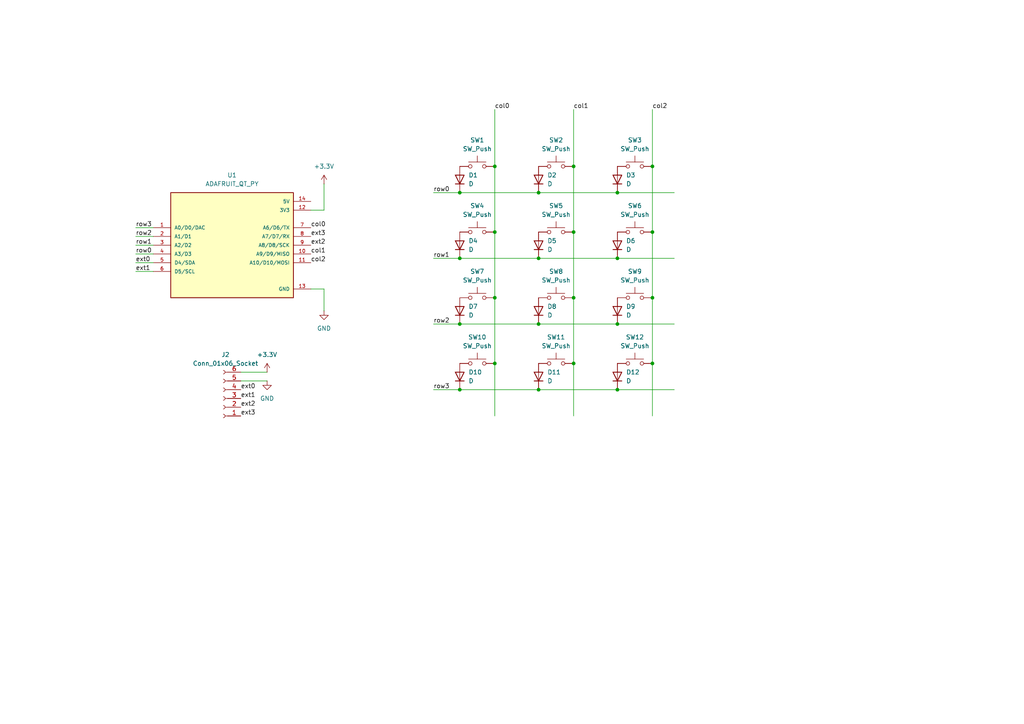
<source format=kicad_sch>
(kicad_sch (version 20231120) (generator "eeschema") (generator_version "8.0")
  (paper "A4")
  (lib_symbols
    (symbol "Connector:Conn_01x06_Socket" (pin_names (offset 1.016) hide)
      (property "Reference" "J" (at 0 7.62 0))
      (property "Value" "Conn_01x06_Socket" (at 0 -10.16 0))
      (symbol "Conn_01x06_Socket_1_1"
        (arc (start 0 -7.112) (mid -0.5058 -7.62) (end 0 -8.128) (stroke (width 0.1524)))
        (arc (start 0 -4.572) (mid -0.5058 -5.08) (end 0 -5.588) (stroke (width 0.1524)))
        (arc (start 0 -2.032) (mid -0.5058 -2.54) (end 0 -3.048) (stroke (width 0.1524)))
        (polyline (pts (xy -1.27 -7.62) (xy -0.508 -7.62)) (stroke (width 0.1524)))
        (polyline (pts (xy -1.27 -5.08) (xy -0.508 -5.08)) (stroke (width 0.1524)))
        (polyline (pts (xy -1.27 -2.54) (xy -0.508 -2.54)) (stroke (width 0.1524)))
        (polyline (pts (xy -1.27 0) (xy -0.508 0)) (stroke (width 0.1524)))
        (polyline (pts (xy -1.27 2.54) (xy -0.508 2.54)) (stroke (width 0.1524)))
        (polyline (pts (xy -1.27 5.08) (xy -0.508 5.08)) (stroke (width 0.1524)))
        (arc (start 0 0.508) (mid -0.5058 0) (end 0 -0.508) (stroke (width 0.1524)))
        (arc (start 0 3.048) (mid -0.5058 2.54) (end 0 2.032) (stroke (width 0.1524)))
        (arc (start 0 5.588) (mid -0.5058 5.08) (end 0 4.572) (stroke (width 0.1524)))
        (pin passive line (at -5.08 5.08 0) (length 3.81) (name "Pin_1") (number "1"))
        (pin passive line (at -5.08 2.54 0) (length 3.81) (name "Pin_2") (number "2"))
        (pin passive line (at -5.08 0 0) (length 3.81) (name "Pin_3") (number "3"))
        (pin passive line (at -5.08 -2.54 0) (length 3.81) (name "Pin_4") (number "4"))
        (pin passive line (at -5.08 -5.08 0) (length 3.81) (name "Pin_5") (number "5"))
        (pin passive line (at -5.08 -7.62 0) (length 3.81) (name "Pin_6") (number "6"))
      )
    )
    (symbol "Device:D" (pin_numbers hide) (pin_names (offset 1.016) hide)
      (property "Reference" "D" (at 0 2.54 0))
      (property "Value" "D" (at 0 -2.54 0))
      (symbol "D_0_1"
        (polyline (pts (xy -1.27 1.27) (xy -1.27 -1.27)) (stroke (width 0.254)))
        (polyline (pts (xy 1.27 0) (xy -1.27 0)))
        (polyline (pts (xy 1.27 1.27) (xy 1.27 -1.27) (xy -1.27 0) (xy 1.27 1.27)) (stroke (width 0.254)))
      )
      (symbol "D_1_1"
        (pin passive line (at -3.81 0 0) (length 2.54) (name "K") (number "1"))
        (pin passive line (at 3.81 0 180) (length 2.54) (name "A") (number "2"))
      )
    )
    (symbol "Switch:SW_Push" (pin_numbers hide) (pin_names (offset 1.016) hide)
      (property "Reference" "SW" (at 1.27 2.54 0))
      (property "Value" "SW_Push" (at 0 -1.524 0))
      (symbol "SW_Push_0_1"
        (circle (center -2.032 0) (radius 0.508))
        (polyline (pts (xy 0 1.27) (xy 0 3.048)))
        (polyline (pts (xy 2.54 1.27) (xy -2.54 1.27)))
        (circle (center 2.032 0) (radius 0.508))
        (pin passive line (at -5.08 0 0) (length 2.54) (name "1") (number "1"))
        (pin passive line (at 5.08 0 180) (length 2.54) (name "2") (number "2"))
      )
    )
    (symbol "power:+3.3V" (power) (pin_numbers hide) (pin_names (offset 0) hide)
      (property "Value" "+3.3V" (at 0 3.556 0))
      (symbol "+3.3V_0_1"
        (polyline (pts (xy -0.762 1.27) (xy 0 2.54)))
        (polyline (pts (xy 0 0) (xy 0 2.54)))
        (polyline (pts (xy 0 2.54) (xy 0.762 1.27)))
      )
      (symbol "+3.3V_1_1"
        (pin power_in line (at 0 0 90) (length 0) (name "~") (number "1"))
      )
    )
    (symbol "power:GND" (power) (pin_numbers hide) (pin_names (offset 0) hide)
      (property "Value" "GND" (at 0 -3.81 0))
      (symbol "GND_0_1"
        (polyline (pts (xy 0 0) (xy 0 -1.27) (xy 1.27 -1.27) (xy 0 -2.54) (xy -1.27 -1.27) (xy 0 -1.27)))
      )
      (symbol "GND_1_1"
        (pin power_in line (at 0 0 270) (length 0) (name "~") (number "1"))
      )
    )
    (symbol "qtpy:ADAFRUIT_QT_PY" (pin_names (offset 1.016))
      (property "Reference" "U" (at -17.78 16.002 0))
      (property "Value" "ADAFRUIT_QT_PY" (at -17.78 -17.78 0))
      (symbol "ADAFRUIT_QT_PY_0_0"
        (rectangle (start -17.78 -15.24) (end 17.78 15.24) (stroke (width 0.254)) (fill (type background)))
        (pin bidirectional line (at -22.86 5.08 0) (length 5.08) (name "A0/D0/DAC") (number "1"))
        (pin bidirectional line (at 22.86 -2.54 180) (length 5.08) (name "A9/D9/MISO") (number "10"))
        (pin bidirectional line (at 22.86 -5.08 180) (length 5.08) (name "A10/D10/MOSI") (number "11"))
        (pin power_in line (at 22.86 10.16 180) (length 5.08) (name "3V3") (number "12"))
        (pin power_in line (at 22.86 -12.7 180) (length 5.08) (name "GND") (number "13"))
        (pin power_in line (at 22.86 12.7 180) (length 5.08) (name "5V") (number "14"))
        (pin bidirectional line (at -22.86 2.54 0) (length 5.08) (name "A1/D1") (number "2"))
        (pin bidirectional line (at -22.86 0 0) (length 5.08) (name "A2/D2") (number "3"))
        (pin bidirectional line (at -22.86 -2.54 0) (length 5.08) (name "A3/D3") (number "4"))
        (pin bidirectional line (at -22.86 -5.08 0) (length 5.08) (name "D4/SDA") (number "5"))
        (pin bidirectional line (at -22.86 -7.62 0) (length 5.08) (name "D5/SCL") (number "6"))
        (pin bidirectional line (at 22.86 5.08 180) (length 5.08) (name "A6/D6/TX") (number "7"))
        (pin bidirectional line (at 22.86 2.54 180) (length 5.08) (name "A7/D7/RX") (number "8"))
        (pin bidirectional line (at 22.86 0 180) (length 5.08) (name "A8/D8/SCK") (number "9"))
      )
    )
  )
  (junction (at 133.35 74.93))
  (junction (at 133.35 113.03))
  (junction (at 189.23 86.36))
  (junction (at 156.21 93.98))
  (junction (at 156.21 55.88))
  (junction (at 166.37 86.36))
  (junction (at 166.37 48.26))
  (junction (at 189.23 67.31))
  (junction (at 189.23 48.26))
  (junction (at 156.21 113.03))
  (junction (at 179.07 55.88))
  (junction (at 179.07 113.03))
  (junction (at 166.37 67.31))
  (junction (at 166.37 105.41))
  (junction (at 179.07 74.93))
  (junction (at 143.51 48.26))
  (junction (at 179.07 93.98))
  (junction (at 133.35 55.88))
  (junction (at 133.35 93.98))
  (junction (at 189.23 105.41))
  (junction (at 156.21 74.93))
  (junction (at 143.51 67.31))
  (junction (at 143.51 105.41))
  (junction (at 143.51 86.36))
  (wire (pts (xy 179.07 55.88) (xy 195.58 55.88)))
  (wire (pts (xy 189.23 105.41) (xy 189.23 120.65)))
  (wire (pts (xy 90.17 60.96) (xy 93.98 60.96)))
  (wire (pts (xy 143.51 48.26) (xy 143.51 67.31)))
  (wire (pts (xy 156.21 113.03) (xy 179.07 113.03)))
  (wire (pts (xy 133.35 74.93) (xy 156.21 74.93)))
  (wire (pts (xy 166.37 86.36) (xy 166.37 105.41)))
  (wire (pts (xy 143.51 86.36) (xy 143.51 105.41)))
  (wire (pts (xy 39.37 73.66) (xy 44.45 73.66)))
  (wire (pts (xy 166.37 105.41) (xy 166.37 120.65)))
  (wire (pts (xy 189.23 86.36) (xy 189.23 105.41)))
  (wire (pts (xy 189.23 48.26) (xy 189.23 67.31)))
  (wire (pts (xy 93.98 60.96) (xy 93.98 53.34)))
  (wire (pts (xy 125.73 93.98) (xy 133.35 93.98)))
  (wire (pts (xy 69.85 110.49) (xy 77.47 110.49)))
  (wire (pts (xy 189.23 31.75) (xy 189.23 48.26)))
  (wire (pts (xy 133.35 55.88) (xy 156.21 55.88)))
  (wire (pts (xy 39.37 71.12) (xy 44.45 71.12)))
  (wire (pts (xy 143.51 67.31) (xy 143.51 86.36)))
  (wire (pts (xy 143.51 31.75) (xy 143.51 48.26)))
  (wire (pts (xy 156.21 55.88) (xy 179.07 55.88)))
  (wire (pts (xy 156.21 93.98) (xy 179.07 93.98)))
  (wire (pts (xy 90.17 83.82) (xy 93.98 83.82)))
  (wire (pts (xy 39.37 66.04) (xy 44.45 66.04)))
  (wire (pts (xy 125.73 113.03) (xy 133.35 113.03)))
  (wire (pts (xy 166.37 67.31) (xy 166.37 86.36)))
  (wire (pts (xy 179.07 113.03) (xy 195.58 113.03)))
  (wire (pts (xy 39.37 76.2) (xy 44.45 76.2)))
  (wire (pts (xy 156.21 74.93) (xy 179.07 74.93)))
  (wire (pts (xy 166.37 48.26) (xy 166.37 67.31)))
  (wire (pts (xy 69.85 107.95) (xy 77.47 107.95)))
  (wire (pts (xy 125.73 74.93) (xy 133.35 74.93)))
  (wire (pts (xy 39.37 78.74) (xy 44.45 78.74)))
  (wire (pts (xy 133.35 113.03) (xy 156.21 113.03)))
  (wire (pts (xy 179.07 74.93) (xy 195.58 74.93)))
  (wire (pts (xy 125.73 55.88) (xy 133.35 55.88)))
  (wire (pts (xy 166.37 31.75) (xy 166.37 48.26)))
  (wire (pts (xy 179.07 93.98) (xy 195.58 93.98)))
  (wire (pts (xy 189.23 67.31) (xy 189.23 86.36)))
  (wire (pts (xy 143.51 105.41) (xy 143.51 120.65)))
  (wire (pts (xy 93.98 83.82) (xy 93.98 90.17)))
  (wire (pts (xy 39.37 68.58) (xy 44.45 68.58)))
  (wire (pts (xy 133.35 93.98) (xy 156.21 93.98)))
  (label "ext1" (at 39.37 78.74 0))
  (label "col2" (at 90.17 76.2 0))
  (label "row1" (at 39.37 71.12 0))
  (label "ext3" (at 90.17 68.58 0))
  (label "col2" (at 189.23 31.75 0))
  (label "row3" (at 39.37 66.04 0))
  (label "ext3" (at 69.85 120.65 0))
  (label "col1" (at 90.17 73.66 0))
  (label "row3" (at 125.73 113.03 0))
  (label "row2" (at 125.73 93.98 0))
  (label "ext2" (at 69.85 118.11 0))
  (label "row1" (at 125.73 74.93 0))
  (label "col1" (at 166.37 31.75 0))
  (label "ext2" (at 90.17 71.12 0))
  (label "col0" (at 90.17 66.04 0))
  (label "row0" (at 125.73 55.88 0))
  (label "col0" (at 143.51 31.75 0))
  (label "ext1" (at 69.85 115.57 0))
  (label "ext0" (at 39.37 76.2 0))
  (label "ext0" (at 69.85 113.03 0))
  (label "row2" (at 39.37 68.58 0))
  (label "row0" (at 39.37 73.66 0))
  (symbol (lib_id "Device:D") (at 179.07 109.22 90) (unit 1)
    (property "Reference" "D12" (at 181.61 107.9499 90) (effects (justify right)))
    (property "Value" "D" (at 181.61 110.4899 90) (effects (justify right)))
    (property "Footprint" "Diode_SMD:D_1206_3216Metric_Pad1.42x1.75mm_HandSolder" (effects (hide yes)))
    (property "Description" "Diode" (effects (hide yes)))
    (property "Sim.Device" "D" (effects (hide yes)))
    (property "Sim.Pins" "1=K 2=A" (effects (hide yes)))
  )
  (symbol (lib_id "Switch:SW_Push") (at 161.29 67.31 0) (unit 1)
    (property "Reference" "SW5" (at 161.29 59.69 0))
    (property "Value" "SW_Push" (at 161.29 62.23 0))
    (property "Footprint" "mx_solderable:MX-Solderable-1U" (effects (hide yes)))
    (property "Description" "Push button switch, generic, two pins" (effects (hide yes)))
  )
  (symbol (lib_id "Switch:SW_Push") (at 138.43 105.41 0) (unit 1)
    (property "Reference" "SW10" (at 138.43 97.79 0))
    (property "Value" "SW_Push" (at 138.43 100.33 0))
    (property "Footprint" "mx_solderable:MX-Solderable-1U" (effects (hide yes)))
    (property "Description" "Push button switch, generic, two pins" (effects (hide yes)))
  )
  (symbol (lib_id "power:GND") (at 77.47 110.49 0) (unit 1)
    (property "Reference" "#PWR03" (effects (hide yes)))
    (property "Value" "GND" (at 77.47 115.57 0))
    (property "Description" "Power symbol creates a global label with name \"GND\" , ground" (effects (hide yes)))
  )
  (symbol (lib_id "power:+3.3V") (at 77.47 107.95 0) (unit 1)
    (property "Reference" "#PWR04" (effects (hide yes)))
    (property "Value" "+3.3V" (at 77.47 102.87 0))
    (property "Description" "Power symbol creates a global label with name \"+3.3V\"" (effects (hide yes)))
  )
  (symbol (lib_id "Device:D") (at 179.07 71.12 90) (unit 1)
    (property "Reference" "D6" (at 181.61 69.8499 90) (effects (justify right)))
    (property "Value" "D" (at 181.61 72.3899 90) (effects (justify right)))
    (property "Footprint" "Diode_SMD:D_1206_3216Metric_Pad1.42x1.75mm_HandSolder" (effects (hide yes)))
    (property "Description" "Diode" (effects (hide yes)))
    (property "Sim.Device" "D" (effects (hide yes)))
    (property "Sim.Pins" "1=K 2=A" (effects (hide yes)))
  )
  (symbol (lib_id "Switch:SW_Push") (at 184.15 48.26 0) (unit 1)
    (property "Reference" "SW3" (at 184.15 40.64 0))
    (property "Value" "SW_Push" (at 184.15 43.18 0))
    (property "Footprint" "mx_solderable:MX-Solderable-1U" (effects (hide yes)))
    (property "Description" "Push button switch, generic, two pins" (effects (hide yes)))
  )
  (symbol (lib_id "Switch:SW_Push") (at 138.43 48.26 0) (unit 1)
    (property "Reference" "SW1" (at 138.43 40.64 0))
    (property "Value" "SW_Push" (at 138.43 43.18 0))
    (property "Footprint" "mx_solderable:MX-Solderable-1U" (effects (hide yes)))
    (property "Description" "Push button switch, generic, two pins" (effects (hide yes)))
  )
  (symbol (lib_id "Switch:SW_Push") (at 184.15 105.41 0) (unit 1)
    (property "Reference" "SW12" (at 184.15 97.79 0))
    (property "Value" "SW_Push" (at 184.15 100.33 0))
    (property "Footprint" "mx_solderable:MX-Solderable-1U" (effects (hide yes)))
    (property "Description" "Push button switch, generic, two pins" (effects (hide yes)))
  )
  (symbol (lib_id "Switch:SW_Push") (at 138.43 67.31 0) (unit 1)
    (property "Reference" "SW4" (at 138.43 59.69 0))
    (property "Value" "SW_Push" (at 138.43 62.23 0))
    (property "Footprint" "mx_solderable:MX-Solderable-1U" (effects (hide yes)))
    (property "Description" "Push button switch, generic, two pins" (effects (hide yes)))
  )
  (symbol (lib_id "qtpy:ADAFRUIT_QT_PY") (at 67.31 71.12 0) (unit 1)
    (property "Reference" "U1" (at 67.31 50.8 0))
    (property "Value" "ADAFRUIT_QT_PY" (at 67.31 53.34 0))
    (property "Footprint" "qtpy:MODULE_ADAFRUIT_QT_PY" (effects (hide yes)))
    (property "MF" "Adafruit Industries" (effects (hide yes)))
    (property "MAXIMUM_PACKAGE_HEIGHT" "6.28 mm" (effects (hide yes)))
    (property "Package" "None" (effects (hide yes)))
    (property "Price" "None" (effects (hide yes)))
    (property "Check_prices" "https://www.snapeda.com/parts/Adafruit%20QT%20Py/Adafruit+Industries/view-part/?ref=eda" (effects (hide yes)))
    (property "STANDARD" "IPC-7351B" (effects (hide yes)))
    (property "PARTREV" "2022-12-12" (effects (hide yes)))
    (property "SnapEDA_Link" "https://www.snapeda.com/parts/Adafruit%20QT%20Py/Adafruit+Industries/view-part/?ref=snap" (effects (hide yes)))
    (property "MP" "Adafruit QT Py" (effects (hide yes)))
    (property "Description_1" "\nCastellated Pads - SAMD21 Dev Board with STEMMA QT\n" (effects (hide yes)))
    (property "MANUFACTURER" "Adafruit Industries" (effects (hide yes)))
    (property "Availability" "Not in stock" (effects (hide yes)))
    (property "SNAPEDA_PN" "Adafruit QT Py" (effects (hide yes)))
  )
  (symbol (lib_id "Device:D") (at 133.35 109.22 90) (unit 1)
    (property "Reference" "D10" (at 135.89 107.9499 90) (effects (justify right)))
    (property "Value" "D" (at 135.89 110.4899 90) (effects (justify right)))
    (property "Footprint" "Diode_SMD:D_1206_3216Metric_Pad1.42x1.75mm_HandSolder" (effects (hide yes)))
    (property "Description" "Diode" (effects (hide yes)))
    (property "Sim.Device" "D" (effects (hide yes)))
    (property "Sim.Pins" "1=K 2=A" (effects (hide yes)))
  )
  (symbol (lib_id "Switch:SW_Push") (at 161.29 86.36 0) (unit 1)
    (property "Reference" "SW8" (at 161.29 78.74 0))
    (property "Value" "SW_Push" (at 161.29 81.28 0))
    (property "Footprint" "mx_solderable:MX-Solderable-1U" (effects (hide yes)))
    (property "Description" "Push button switch, generic, two pins" (effects (hide yes)))
  )
  (symbol (lib_id "Connector:Conn_01x06_Socket") (at 64.77 115.57 180) (unit 1)
    (property "Reference" "J2" (at 65.405 102.87 0))
    (property "Value" "Conn_01x06_Socket" (at 65.405 105.41 0))
    (property "Footprint" "Connector_PinHeader_2.54mm:PinHeader_1x06_P2.54mm_Vertical" (effects (hide yes)))
    (property "Description" "Generic connector, single row, 01x06, script generated" (effects (hide yes)))
  )
  (symbol (lib_id "power:GND") (at 93.98 90.17 0) (unit 1)
    (property "Reference" "#PWR02" (effects (hide yes)))
    (property "Value" "GND" (at 93.98 95.25 0))
    (property "Description" "Power symbol creates a global label with name \"GND\" , ground" (effects (hide yes)))
  )
  (symbol (lib_id "Device:D") (at 133.35 71.12 90) (unit 1)
    (property "Reference" "D4" (at 135.89 69.8499 90) (effects (justify right)))
    (property "Value" "D" (at 135.89 72.3899 90) (effects (justify right)))
    (property "Footprint" "Diode_SMD:D_1206_3216Metric_Pad1.42x1.75mm_HandSolder" (effects (hide yes)))
    (property "Description" "Diode" (effects (hide yes)))
    (property "Sim.Device" "D" (effects (hide yes)))
    (property "Sim.Pins" "1=K 2=A" (effects (hide yes)))
  )
  (symbol (lib_id "Switch:SW_Push") (at 184.15 86.36 0) (unit 1)
    (property "Reference" "SW9" (at 184.15 78.74 0))
    (property "Value" "SW_Push" (at 184.15 81.28 0))
    (property "Footprint" "mx_solderable:MX-Solderable-1U" (effects (hide yes)))
    (property "Description" "Push button switch, generic, two pins" (effects (hide yes)))
  )
  (symbol (lib_id "Switch:SW_Push") (at 184.15 67.31 0) (unit 1)
    (property "Reference" "SW6" (at 184.15 59.69 0))
    (property "Value" "SW_Push" (at 184.15 62.23 0))
    (property "Footprint" "mx_solderable:MX-Solderable-1U" (effects (hide yes)))
    (property "Description" "Push button switch, generic, two pins" (effects (hide yes)))
  )
  (symbol (lib_id "Device:D") (at 156.21 52.07 90) (unit 1)
    (property "Reference" "D2" (at 158.75 50.7999 90) (effects (justify right)))
    (property "Value" "D" (at 158.75 53.3399 90) (effects (justify right)))
    (property "Footprint" "Diode_SMD:D_1206_3216Metric_Pad1.42x1.75mm_HandSolder" (effects (hide yes)))
    (property "Description" "Diode" (effects (hide yes)))
    (property "Sim.Device" "D" (effects (hide yes)))
    (property "Sim.Pins" "1=K 2=A" (effects (hide yes)))
  )
  (symbol (lib_id "Device:D") (at 179.07 52.07 90) (unit 1)
    (property "Reference" "D3" (at 181.61 50.7999 90) (effects (justify right)))
    (property "Value" "D" (at 181.61 53.3399 90) (effects (justify right)))
    (property "Footprint" "Diode_SMD:D_1206_3216Metric_Pad1.42x1.75mm_HandSolder" (effects (hide yes)))
    (property "Description" "Diode" (effects (hide yes)))
    (property "Sim.Device" "D" (effects (hide yes)))
    (property "Sim.Pins" "1=K 2=A" (effects (hide yes)))
  )
  (symbol (lib_id "Switch:SW_Push") (at 138.43 86.36 0) (unit 1)
    (property "Reference" "SW7" (at 138.43 78.74 0))
    (property "Value" "SW_Push" (at 138.43 81.28 0))
    (property "Footprint" "mx_solderable:MX-Solderable-1U" (effects (hide yes)))
    (property "Description" "Push button switch, generic, two pins" (effects (hide yes)))
  )
  (symbol (lib_id "power:+3.3V") (at 93.98 53.34 0) (unit 1)
    (property "Reference" "#PWR01" (effects (hide yes)))
    (property "Value" "+3.3V" (at 93.98 48.26 0))
    (property "Description" "Power symbol creates a global label with name \"+3.3V\"" (effects (hide yes)))
  )
  (symbol (lib_id "Device:D") (at 133.35 90.17 90) (unit 1)
    (property "Reference" "D7" (at 135.89 88.8999 90) (effects (justify right)))
    (property "Value" "D" (at 135.89 91.4399 90) (effects (justify right)))
    (property "Footprint" "Diode_SMD:D_1206_3216Metric_Pad1.42x1.75mm_HandSolder" (effects (hide yes)))
    (property "Description" "Diode" (effects (hide yes)))
    (property "Sim.Device" "D" (effects (hide yes)))
    (property "Sim.Pins" "1=K 2=A" (effects (hide yes)))
  )
  (symbol (lib_id "Device:D") (at 156.21 90.17 90) (unit 1)
    (property "Reference" "D8" (at 158.75 88.8999 90) (effects (justify right)))
    (property "Value" "D" (at 158.75 91.4399 90) (effects (justify right)))
    (property "Footprint" "Diode_SMD:D_1206_3216Metric_Pad1.42x1.75mm_HandSolder" (effects (hide yes)))
    (property "Description" "Diode" (effects (hide yes)))
    (property "Sim.Device" "D" (effects (hide yes)))
    (property "Sim.Pins" "1=K 2=A" (effects (hide yes)))
  )
  (symbol (lib_id "Device:D") (at 156.21 109.22 90) (unit 1)
    (property "Reference" "D11" (at 158.75 107.9499 90) (effects (justify right)))
    (property "Value" "D" (at 158.75 110.4899 90) (effects (justify right)))
    (property "Footprint" "Diode_SMD:D_1206_3216Metric_Pad1.42x1.75mm_HandSolder" (effects (hide yes)))
    (property "Description" "Diode" (effects (hide yes)))
    (property "Sim.Device" "D" (effects (hide yes)))
    (property "Sim.Pins" "1=K 2=A" (effects (hide yes)))
  )
  (symbol (lib_id "Device:D") (at 179.07 90.17 90) (unit 1)
    (property "Reference" "D9" (at 181.61 88.8999 90) (effects (justify right)))
    (property "Value" "D" (at 181.61 91.4399 90) (effects (justify right)))
    (property "Footprint" "Diode_SMD:D_1206_3216Metric_Pad1.42x1.75mm_HandSolder" (effects (hide yes)))
    (property "Description" "Diode" (effects (hide yes)))
    (property "Sim.Device" "D" (effects (hide yes)))
    (property "Sim.Pins" "1=K 2=A" (effects (hide yes)))
  )
  (symbol (lib_id "Device:D") (at 156.21 71.12 90) (unit 1)
    (property "Reference" "D5" (at 158.75 69.8499 90) (effects (justify right)))
    (property "Value" "D" (at 158.75 72.3899 90) (effects (justify right)))
    (property "Footprint" "Diode_SMD:D_1206_3216Metric_Pad1.42x1.75mm_HandSolder" (effects (hide yes)))
    (property "Description" "Diode" (effects (hide yes)))
    (property "Sim.Device" "D" (effects (hide yes)))
    (property "Sim.Pins" "1=K 2=A" (effects (hide yes)))
  )
  (symbol (lib_id "Switch:SW_Push") (at 161.29 105.41 0) (unit 1)
    (property "Reference" "SW11" (at 161.29 97.79 0))
    (property "Value" "SW_Push" (at 161.29 100.33 0))
    (property "Footprint" "mx_solderable:MX-Solderable-1U" (effects (hide yes)))
    (property "Description" "Push button switch, generic, two pins" (effects (hide yes)))
  )
  (symbol (lib_id "Switch:SW_Push") (at 161.29 48.26 0) (unit 1)
    (property "Reference" "SW2" (at 161.29 40.64 0))
    (property "Value" "SW_Push" (at 161.29 43.18 0))
    (property "Footprint" "mx_solderable:MX-Solderable-1U" (effects (hide yes)))
    (property "Description" "Push button switch, generic, two pins" (effects (hide yes)))
  )
  (symbol (lib_id "Device:D") (at 133.35 52.07 90) (unit 1)
    (property "Reference" "D1" (at 135.89 50.7999 90) (effects (justify right)))
    (property "Value" "D" (at 135.89 53.3399 90) (effects (justify right)))
    (property "Footprint" "Diode_SMD:D_1206_3216Metric_Pad1.42x1.75mm_HandSolder" (effects (hide yes)))
    (property "Description" "Diode" (effects (hide yes)))
    (property "Sim.Device" "D" (effects (hide yes)))
    (property "Sim.Pins" "1=K 2=A" (effects (hide yes)))
  )
)
</source>
